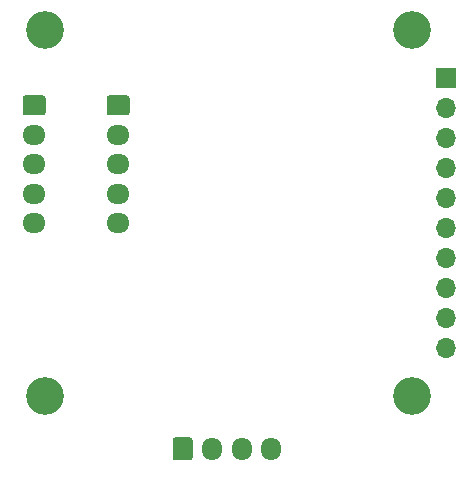
<source format=gbs>
G04 #@! TF.GenerationSoftware,KiCad,Pcbnew,(5.1.12-1-10_14)*
G04 #@! TF.CreationDate,2021-12-21T11:16:05-05:00*
G04 #@! TF.ProjectId,FlowerPeripheral,466c6f77-6572-4506-9572-697068657261,rev?*
G04 #@! TF.SameCoordinates,Original*
G04 #@! TF.FileFunction,Soldermask,Bot*
G04 #@! TF.FilePolarity,Negative*
%FSLAX46Y46*%
G04 Gerber Fmt 4.6, Leading zero omitted, Abs format (unit mm)*
G04 Created by KiCad (PCBNEW (5.1.12-1-10_14)) date 2021-12-21 11:16:05*
%MOMM*%
%LPD*%
G01*
G04 APERTURE LIST*
%ADD10C,3.200000*%
%ADD11O,1.700000X1.950000*%
%ADD12O,1.950000X1.700000*%
%ADD13R,1.700000X1.700000*%
%ADD14O,1.700000X1.700000*%
G04 APERTURE END LIST*
D10*
X161500000Y-112500000D03*
X161500000Y-81500000D03*
X130500000Y-81500000D03*
X130500000Y-112500000D03*
G36*
G01*
X141263000Y-117692000D02*
X141263000Y-116242000D01*
G75*
G02*
X141513000Y-115992000I250000J0D01*
G01*
X142713000Y-115992000D01*
G75*
G02*
X142963000Y-116242000I0J-250000D01*
G01*
X142963000Y-117692000D01*
G75*
G02*
X142713000Y-117942000I-250000J0D01*
G01*
X141513000Y-117942000D01*
G75*
G02*
X141263000Y-117692000I0J250000D01*
G01*
G37*
D11*
X144613000Y-116967000D03*
X147113000Y-116967000D03*
X149613000Y-116967000D03*
D12*
X129540000Y-97884000D03*
X129540000Y-95384000D03*
X129540000Y-92884000D03*
X129540000Y-90384000D03*
G36*
G01*
X128815000Y-87034000D02*
X130265000Y-87034000D01*
G75*
G02*
X130515000Y-87284000I0J-250000D01*
G01*
X130515000Y-88484000D01*
G75*
G02*
X130265000Y-88734000I-250000J0D01*
G01*
X128815000Y-88734000D01*
G75*
G02*
X128565000Y-88484000I0J250000D01*
G01*
X128565000Y-87284000D01*
G75*
G02*
X128815000Y-87034000I250000J0D01*
G01*
G37*
G36*
G01*
X135927000Y-87034000D02*
X137377000Y-87034000D01*
G75*
G02*
X137627000Y-87284000I0J-250000D01*
G01*
X137627000Y-88484000D01*
G75*
G02*
X137377000Y-88734000I-250000J0D01*
G01*
X135927000Y-88734000D01*
G75*
G02*
X135677000Y-88484000I0J250000D01*
G01*
X135677000Y-87284000D01*
G75*
G02*
X135927000Y-87034000I250000J0D01*
G01*
G37*
X136652000Y-90384000D03*
X136652000Y-92884000D03*
X136652000Y-95384000D03*
X136652000Y-97884000D03*
D13*
X164401500Y-85598000D03*
D14*
X164401500Y-88138000D03*
X164401500Y-90678000D03*
X164401500Y-93218000D03*
X164401500Y-95758000D03*
X164401500Y-98298000D03*
X164401500Y-100838000D03*
X164401500Y-103378000D03*
X164401500Y-105918000D03*
X164401500Y-108458000D03*
M02*

</source>
